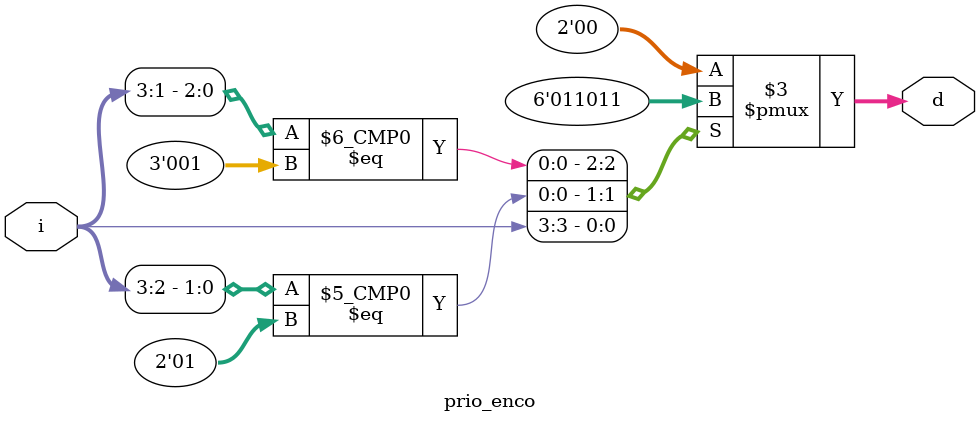
<source format=sv>
module prio_enco( input [3:0]i, output reg [1:0]d);
  always@(i)
    begin
      casex(i)
        4'b0001:d=2'b00;
        4'b001x:d=2'b01;
        4'b01xx:d=2'b10;
        4'b1xxx:d=2'b11;
        default:d=2'b00;
      endcase
    end
endmodule
</source>
